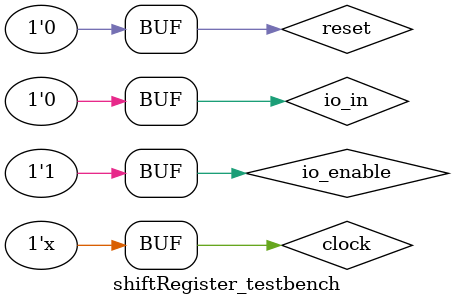
<source format=v>
`timescale 1ns / 1ps

module shiftRegister_testbench;

reg        clock = 0;
reg        reset = 0;
reg        io_in = 0;
reg        io_enable = 0;

wire [7:0] io_out;

ShiftRegister uut (
    .clock(clock),
    .reset(reset),
    .io_in(io_in),
    .io_enable(io_enable),
    .io_out(io_out)
 );

initial
   begin 
     clock = 0; 
     reset = 0;
     io_enable = 0;
    
     # 100
     io_enable = 1;
     io_in = 1;
     # 100
     io_in = 0;
      # 100
     io_in = 1;
     # 100
     io_in = 0;

   end 
     
   always 
      #10  clock =  ! clock;
    

endmodule

</source>
